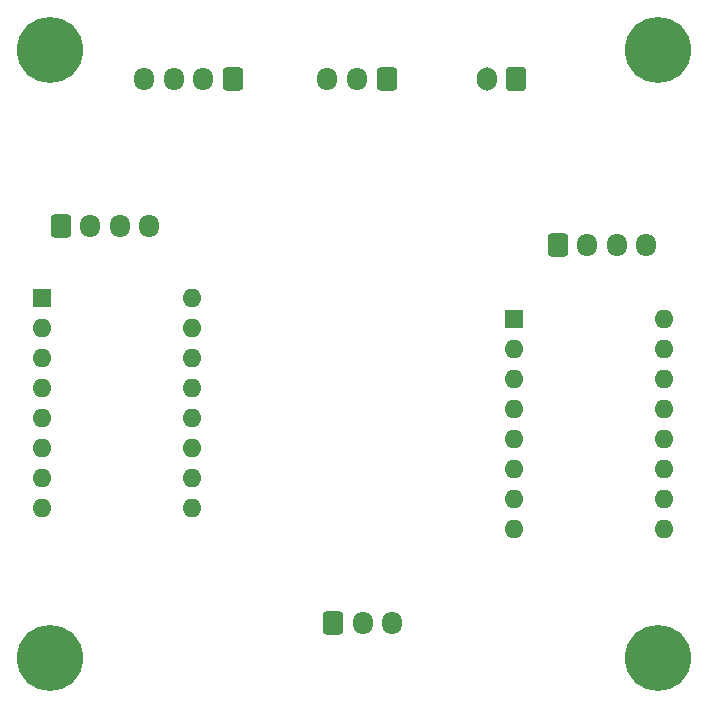
<source format=gbr>
%TF.GenerationSoftware,KiCad,Pcbnew,9.0.1*%
%TF.CreationDate,2025-05-19T14:00:57+02:00*%
%TF.ProjectId,1A_S6_Projet,31415f53-365f-4507-926f-6a65742e6b69,rev?*%
%TF.SameCoordinates,Original*%
%TF.FileFunction,Soldermask,Bot*%
%TF.FilePolarity,Negative*%
%FSLAX46Y46*%
G04 Gerber Fmt 4.6, Leading zero omitted, Abs format (unit mm)*
G04 Created by KiCad (PCBNEW 9.0.1) date 2025-05-19 14:00:57*
%MOMM*%
%LPD*%
G01*
G04 APERTURE LIST*
G04 Aperture macros list*
%AMRoundRect*
0 Rectangle with rounded corners*
0 $1 Rounding radius*
0 $2 $3 $4 $5 $6 $7 $8 $9 X,Y pos of 4 corners*
0 Add a 4 corners polygon primitive as box body*
4,1,4,$2,$3,$4,$5,$6,$7,$8,$9,$2,$3,0*
0 Add four circle primitives for the rounded corners*
1,1,$1+$1,$2,$3*
1,1,$1+$1,$4,$5*
1,1,$1+$1,$6,$7*
1,1,$1+$1,$8,$9*
0 Add four rect primitives between the rounded corners*
20,1,$1+$1,$2,$3,$4,$5,0*
20,1,$1+$1,$4,$5,$6,$7,0*
20,1,$1+$1,$6,$7,$8,$9,0*
20,1,$1+$1,$8,$9,$2,$3,0*%
G04 Aperture macros list end*
%ADD10RoundRect,0.250000X0.600000X0.725000X-0.600000X0.725000X-0.600000X-0.725000X0.600000X-0.725000X0*%
%ADD11O,1.700000X1.950000*%
%ADD12C,5.600000*%
%ADD13R,1.600000X1.600000*%
%ADD14O,1.600000X1.600000*%
%ADD15RoundRect,0.250000X-0.600000X-0.725000X0.600000X-0.725000X0.600000X0.725000X-0.600000X0.725000X0*%
%ADD16RoundRect,0.250000X0.600000X0.750000X-0.600000X0.750000X-0.600000X-0.750000X0.600000X-0.750000X0*%
%ADD17O,1.700000X2.000000*%
G04 APERTURE END LIST*
D10*
%TO.C,J4*%
X140580000Y-64540000D03*
D11*
X138080000Y-64540000D03*
X135580000Y-64540000D03*
X133080000Y-64540000D03*
%TD*%
D12*
%TO.C,H3*%
X176580000Y-113540000D03*
%TD*%
D13*
%TO.C,A1*%
X164380000Y-84840000D03*
D14*
X164380000Y-87380000D03*
X164380000Y-89920000D03*
X164380000Y-92460000D03*
X164380000Y-95000000D03*
X164380000Y-97540000D03*
X164380000Y-100080000D03*
X164380000Y-102620000D03*
X177080000Y-102620000D03*
X177080000Y-100080000D03*
X177080000Y-97540000D03*
X177080000Y-95000000D03*
X177080000Y-92460000D03*
X177080000Y-89920000D03*
X177080000Y-87380000D03*
X177080000Y-84840000D03*
%TD*%
D12*
%TO.C,H2*%
X176580000Y-62040000D03*
%TD*%
%TO.C,H1*%
X125080000Y-62040000D03*
%TD*%
D10*
%TO.C,J2*%
X153580000Y-64540000D03*
D11*
X151080000Y-64540000D03*
X148580000Y-64540000D03*
%TD*%
D13*
%TO.C,A2*%
X124380000Y-83040000D03*
D14*
X124380000Y-85580000D03*
X124380000Y-88120000D03*
X124380000Y-90660000D03*
X124380000Y-93200000D03*
X124380000Y-95740000D03*
X124380000Y-98280000D03*
X124380000Y-100820000D03*
X137080000Y-100820000D03*
X137080000Y-98280000D03*
X137080000Y-95740000D03*
X137080000Y-93200000D03*
X137080000Y-90660000D03*
X137080000Y-88120000D03*
X137080000Y-85580000D03*
X137080000Y-83040000D03*
%TD*%
D15*
%TO.C,J6*%
X168080000Y-78540000D03*
D11*
X170580000Y-78540000D03*
X173080000Y-78540000D03*
X175580000Y-78540000D03*
%TD*%
D15*
%TO.C,J7*%
X126000000Y-77000000D03*
D11*
X128500000Y-77000000D03*
X131000000Y-77000000D03*
X133500000Y-77000000D03*
%TD*%
D15*
%TO.C,J1*%
X149080000Y-110540000D03*
D11*
X151580000Y-110540000D03*
X154080000Y-110540000D03*
%TD*%
D16*
%TO.C,J8*%
X164580000Y-64540000D03*
D17*
X162080000Y-64540000D03*
%TD*%
D12*
%TO.C,H4*%
X125080000Y-113540000D03*
%TD*%
M02*

</source>
